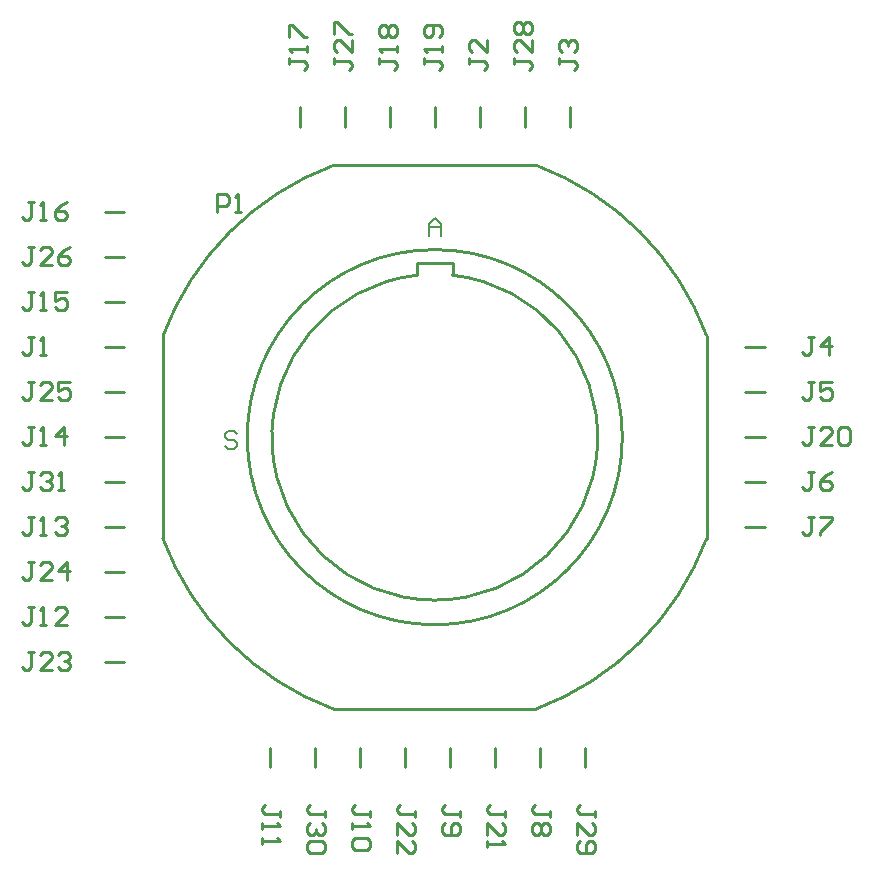
<source format=gto>
G04 Layer_Color=65535*
%FSLAX24Y24*%
%MOIN*%
G70*
G01*
G75*
%ADD10C,0.0100*%
%ADD11C,0.0080*%
D10*
X24064Y18378D02*
G03*
X18378Y24064I-9064J-3378D01*
G01*
X14410Y20399D02*
G03*
X15590Y20399I590J-5399D01*
G01*
X21251Y15000D02*
G03*
X21251Y15000I-6251J0D01*
G01*
X18377Y5940D02*
G03*
X24060Y11623I-3377J9060D01*
G01*
X5937Y11622D02*
G03*
X11622Y5937I9063J3378D01*
G01*
X11632Y24063D02*
G03*
X5937Y18368I3368J-9063D01*
G01*
X9500Y4000D02*
Y4650D01*
X11000Y4000D02*
Y4650D01*
X12500Y4000D02*
Y4650D01*
X14000Y4000D02*
Y4650D01*
X15500Y4000D02*
Y4650D01*
X17000Y4000D02*
Y4650D01*
X18500Y4000D02*
Y4650D01*
X20000Y4000D02*
Y4650D01*
X25350Y18000D02*
X26000D01*
X25350Y16500D02*
X26000D01*
X25350Y15000D02*
X26000D01*
X25350Y13500D02*
X26000D01*
X25350Y12000D02*
X26000D01*
X19500Y25350D02*
Y26000D01*
X18000Y25350D02*
Y26000D01*
X16500Y25350D02*
Y26000D01*
X15000Y25350D02*
Y26000D01*
X13500Y25350D02*
Y26000D01*
X12000Y25350D02*
Y26000D01*
X10500Y25350D02*
Y26000D01*
X24063Y11622D02*
Y18378D01*
X5937Y11622D02*
Y18368D01*
X11622Y5937D02*
X18378D01*
X11632Y24063D02*
X18378D01*
X15591Y20404D02*
Y20797D01*
X14409D02*
X15591D01*
X14409Y20404D02*
Y20797D01*
X4000Y7500D02*
X4650D01*
X4000Y9000D02*
X4650D01*
X4000Y10500D02*
X4650D01*
X4000Y12000D02*
X4650D01*
X4000Y13500D02*
X4650D01*
X4000Y15000D02*
X4650D01*
X4000Y21000D02*
X4650D01*
X4000Y16500D02*
X4650D01*
X4000Y22500D02*
X4650D01*
X4000Y19500D02*
X4650D01*
X4000Y18000D02*
X4650D01*
X27650Y16850D02*
X27450D01*
X27550D01*
Y16350D01*
X27450Y16250D01*
X27350D01*
X27250Y16350D01*
X28250Y16850D02*
X27850D01*
Y16550D01*
X28050Y16650D01*
X28150D01*
X28250Y16550D01*
Y16350D01*
X28150Y16250D01*
X27950D01*
X27850Y16350D01*
X16150Y27650D02*
Y27450D01*
Y27550D01*
X16650D01*
X16750Y27450D01*
Y27350D01*
X16650Y27250D01*
X16750Y28250D02*
Y27850D01*
X16350Y28250D01*
X16250D01*
X16150Y28150D01*
Y27950D01*
X16250Y27850D01*
X1650Y18350D02*
X1450D01*
X1550D01*
Y17850D01*
X1450Y17750D01*
X1350D01*
X1250Y17850D01*
X1850Y17750D02*
X2050D01*
X1950D01*
Y18350D01*
X1850Y18250D01*
X27650Y13850D02*
X27450D01*
X27550D01*
Y13350D01*
X27450Y13250D01*
X27350D01*
X27250Y13350D01*
X28250Y13850D02*
X28050Y13750D01*
X27850Y13550D01*
Y13350D01*
X27950Y13250D01*
X28150D01*
X28250Y13350D01*
Y13450D01*
X28150Y13550D01*
X27850D01*
X27650Y12350D02*
X27450D01*
X27550D01*
Y11850D01*
X27450Y11750D01*
X27350D01*
X27250Y11850D01*
X27850Y12350D02*
X28250D01*
Y12250D01*
X27850Y11850D01*
Y11750D01*
X27650Y15350D02*
X27450D01*
X27550D01*
Y14850D01*
X27450Y14750D01*
X27350D01*
X27250Y14850D01*
X28250Y14750D02*
X27850D01*
X28250Y15150D01*
Y15250D01*
X28150Y15350D01*
X27950D01*
X27850Y15250D01*
X28450D02*
X28550Y15350D01*
X28750D01*
X28849Y15250D01*
Y14850D01*
X28750Y14750D01*
X28550D01*
X28450Y14850D01*
Y15250D01*
X15850Y2350D02*
Y2550D01*
Y2450D01*
X15350D01*
X15250Y2550D01*
Y2650D01*
X15350Y2750D01*
Y2150D02*
X15250Y2050D01*
Y1850D01*
X15350Y1750D01*
X15750D01*
X15850Y1850D01*
Y2050D01*
X15750Y2150D01*
X15650D01*
X15550Y2050D01*
Y1750D01*
X12850Y2350D02*
Y2550D01*
Y2450D01*
X12350D01*
X12250Y2550D01*
Y2650D01*
X12350Y2750D01*
X12250Y2150D02*
Y1950D01*
Y2050D01*
X12850D01*
X12750Y2150D01*
Y1650D02*
X12850Y1550D01*
Y1350D01*
X12750Y1250D01*
X12350D01*
X12250Y1350D01*
Y1550D01*
X12350Y1650D01*
X12750D01*
X9850Y2350D02*
Y2550D01*
Y2450D01*
X9350D01*
X9250Y2550D01*
Y2650D01*
X9350Y2750D01*
X9250Y2150D02*
Y1950D01*
Y2050D01*
X9850D01*
X9750Y2150D01*
X9250Y1650D02*
Y1450D01*
Y1550D01*
X9850D01*
X9750Y1650D01*
X1650Y9350D02*
X1450D01*
X1550D01*
Y8850D01*
X1450Y8750D01*
X1350D01*
X1250Y8850D01*
X1850Y8750D02*
X2050D01*
X1950D01*
Y9350D01*
X1850Y9250D01*
X2750Y8750D02*
X2350D01*
X2750Y9150D01*
Y9250D01*
X2650Y9350D01*
X2450D01*
X2350Y9250D01*
X1650Y12350D02*
X1450D01*
X1550D01*
Y11850D01*
X1450Y11750D01*
X1350D01*
X1250Y11850D01*
X1850Y11750D02*
X2050D01*
X1950D01*
Y12350D01*
X1850Y12250D01*
X2350D02*
X2450Y12350D01*
X2650D01*
X2750Y12250D01*
Y12150D01*
X2650Y12050D01*
X2550D01*
X2650D01*
X2750Y11950D01*
Y11850D01*
X2650Y11750D01*
X2450D01*
X2350Y11850D01*
X1650Y15350D02*
X1450D01*
X1550D01*
Y14850D01*
X1450Y14750D01*
X1350D01*
X1250Y14850D01*
X1850Y14750D02*
X2050D01*
X1950D01*
Y15350D01*
X1850Y15250D01*
X2650Y14750D02*
Y15350D01*
X2350Y15050D01*
X2750D01*
X1650Y19850D02*
X1450D01*
X1550D01*
Y19350D01*
X1450Y19250D01*
X1350D01*
X1250Y19350D01*
X1850Y19250D02*
X2050D01*
X1950D01*
Y19850D01*
X1850Y19750D01*
X2750Y19850D02*
X2350D01*
Y19550D01*
X2550Y19650D01*
X2650D01*
X2750Y19550D01*
Y19350D01*
X2650Y19250D01*
X2450D01*
X2350Y19350D01*
X1650Y22850D02*
X1450D01*
X1550D01*
Y22350D01*
X1450Y22250D01*
X1350D01*
X1250Y22350D01*
X1850Y22250D02*
X2050D01*
X1950D01*
Y22850D01*
X1850Y22750D01*
X2750Y22850D02*
X2550Y22750D01*
X2350Y22550D01*
Y22350D01*
X2450Y22250D01*
X2650D01*
X2750Y22350D01*
Y22450D01*
X2650Y22550D01*
X2350D01*
X10150Y27650D02*
Y27450D01*
Y27550D01*
X10650D01*
X10750Y27450D01*
Y27350D01*
X10650Y27250D01*
X10750Y27850D02*
Y28050D01*
Y27950D01*
X10150D01*
X10250Y27850D01*
X10150Y28350D02*
Y28750D01*
X10250D01*
X10650Y28350D01*
X10750D01*
X13150Y27650D02*
Y27450D01*
Y27550D01*
X13650D01*
X13750Y27450D01*
Y27350D01*
X13650Y27250D01*
X13750Y27850D02*
Y28050D01*
Y27950D01*
X13150D01*
X13250Y27850D01*
Y28350D02*
X13150Y28450D01*
Y28650D01*
X13250Y28750D01*
X13350D01*
X13450Y28650D01*
X13550Y28750D01*
X13650D01*
X13750Y28650D01*
Y28450D01*
X13650Y28350D01*
X13550D01*
X13450Y28450D01*
X13350Y28350D01*
X13250D01*
X13450Y28450D02*
Y28650D01*
X14650Y27650D02*
Y27450D01*
Y27550D01*
X15150D01*
X15250Y27450D01*
Y27350D01*
X15150Y27250D01*
X15250Y27850D02*
Y28050D01*
Y27950D01*
X14650D01*
X14750Y27850D01*
X15150Y28350D02*
X15250Y28450D01*
Y28650D01*
X15150Y28750D01*
X14750D01*
X14650Y28650D01*
Y28450D01*
X14750Y28350D01*
X14850D01*
X14950Y28450D01*
Y28750D01*
X17350Y2350D02*
Y2550D01*
Y2450D01*
X16850D01*
X16750Y2550D01*
Y2650D01*
X16850Y2750D01*
X16750Y1750D02*
Y2150D01*
X17150Y1750D01*
X17250D01*
X17350Y1850D01*
Y2050D01*
X17250Y2150D01*
X16750Y1550D02*
Y1350D01*
Y1450D01*
X17350D01*
X17250Y1550D01*
X14350Y2350D02*
Y2550D01*
Y2450D01*
X13850D01*
X13750Y2550D01*
Y2650D01*
X13850Y2750D01*
X13750Y1750D02*
Y2150D01*
X14150Y1750D01*
X14250D01*
X14350Y1850D01*
Y2050D01*
X14250Y2150D01*
X13750Y1151D02*
Y1550D01*
X14150Y1151D01*
X14250D01*
X14350Y1250D01*
Y1450D01*
X14250Y1550D01*
X1650Y7850D02*
X1450D01*
X1550D01*
Y7350D01*
X1450Y7250D01*
X1350D01*
X1250Y7350D01*
X2250Y7250D02*
X1850D01*
X2250Y7650D01*
Y7750D01*
X2150Y7850D01*
X1950D01*
X1850Y7750D01*
X2450D02*
X2550Y7850D01*
X2750D01*
X2849Y7750D01*
Y7650D01*
X2750Y7550D01*
X2650D01*
X2750D01*
X2849Y7450D01*
Y7350D01*
X2750Y7250D01*
X2550D01*
X2450Y7350D01*
X1650Y10850D02*
X1450D01*
X1550D01*
Y10350D01*
X1450Y10250D01*
X1350D01*
X1250Y10350D01*
X2250Y10250D02*
X1850D01*
X2250Y10650D01*
Y10750D01*
X2150Y10850D01*
X1950D01*
X1850Y10750D01*
X2750Y10250D02*
Y10850D01*
X2450Y10550D01*
X2849D01*
X1650Y16850D02*
X1450D01*
X1550D01*
Y16350D01*
X1450Y16250D01*
X1350D01*
X1250Y16350D01*
X2250Y16250D02*
X1850D01*
X2250Y16650D01*
Y16750D01*
X2150Y16850D01*
X1950D01*
X1850Y16750D01*
X2849Y16850D02*
X2450D01*
Y16550D01*
X2650Y16650D01*
X2750D01*
X2849Y16550D01*
Y16350D01*
X2750Y16250D01*
X2550D01*
X2450Y16350D01*
X1650Y21350D02*
X1450D01*
X1550D01*
Y20850D01*
X1450Y20750D01*
X1350D01*
X1250Y20850D01*
X2250Y20750D02*
X1850D01*
X2250Y21150D01*
Y21250D01*
X2150Y21350D01*
X1950D01*
X1850Y21250D01*
X2849Y21350D02*
X2650Y21250D01*
X2450Y21050D01*
Y20850D01*
X2550Y20750D01*
X2750D01*
X2849Y20850D01*
Y20950D01*
X2750Y21050D01*
X2450D01*
X11650Y27650D02*
Y27450D01*
Y27550D01*
X12150D01*
X12250Y27450D01*
Y27350D01*
X12150Y27250D01*
X12250Y28250D02*
Y27850D01*
X11850Y28250D01*
X11750D01*
X11650Y28150D01*
Y27950D01*
X11750Y27850D01*
X11650Y28450D02*
Y28849D01*
X11750D01*
X12150Y28450D01*
X12250D01*
X17650Y27650D02*
Y27450D01*
Y27550D01*
X18150D01*
X18250Y27450D01*
Y27350D01*
X18150Y27250D01*
X18250Y28250D02*
Y27850D01*
X17850Y28250D01*
X17750D01*
X17650Y28150D01*
Y27950D01*
X17750Y27850D01*
Y28450D02*
X17650Y28550D01*
Y28750D01*
X17750Y28849D01*
X17850D01*
X17950Y28750D01*
X18050Y28849D01*
X18150D01*
X18250Y28750D01*
Y28550D01*
X18150Y28450D01*
X18050D01*
X17950Y28550D01*
X17850Y28450D01*
X17750D01*
X17950Y28550D02*
Y28750D01*
X20350Y2350D02*
Y2550D01*
Y2450D01*
X19850D01*
X19750Y2550D01*
Y2650D01*
X19850Y2750D01*
X19750Y1750D02*
Y2150D01*
X20150Y1750D01*
X20250D01*
X20350Y1850D01*
Y2050D01*
X20250Y2150D01*
X19850Y1550D02*
X19750Y1450D01*
Y1250D01*
X19850Y1151D01*
X20250D01*
X20350Y1250D01*
Y1450D01*
X20250Y1550D01*
X20150D01*
X20050Y1450D01*
Y1151D01*
X11350Y2350D02*
Y2550D01*
Y2450D01*
X10850D01*
X10750Y2550D01*
Y2650D01*
X10850Y2750D01*
X11250Y2150D02*
X11350Y2050D01*
Y1850D01*
X11250Y1750D01*
X11150D01*
X11050Y1850D01*
Y1950D01*
Y1850D01*
X10950Y1750D01*
X10850D01*
X10750Y1850D01*
Y2050D01*
X10850Y2150D01*
X11250Y1550D02*
X11350Y1450D01*
Y1250D01*
X11250Y1151D01*
X10850D01*
X10750Y1250D01*
Y1450D01*
X10850Y1550D01*
X11250D01*
X1650Y13850D02*
X1450D01*
X1550D01*
Y13350D01*
X1450Y13250D01*
X1350D01*
X1250Y13350D01*
X1850Y13750D02*
X1950Y13850D01*
X2150D01*
X2250Y13750D01*
Y13650D01*
X2150Y13550D01*
X2050D01*
X2150D01*
X2250Y13450D01*
Y13350D01*
X2150Y13250D01*
X1950D01*
X1850Y13350D01*
X2450Y13250D02*
X2650D01*
X2550D01*
Y13850D01*
X2450Y13750D01*
X18850Y2350D02*
Y2550D01*
Y2450D01*
X18350D01*
X18250Y2550D01*
Y2650D01*
X18350Y2750D01*
X18750Y2150D02*
X18850Y2050D01*
Y1850D01*
X18750Y1750D01*
X18650D01*
X18550Y1850D01*
X18450Y1750D01*
X18350D01*
X18250Y1850D01*
Y2050D01*
X18350Y2150D01*
X18450D01*
X18550Y2050D01*
X18650Y2150D01*
X18750D01*
X18550Y2050D02*
Y1850D01*
X27650Y18350D02*
X27450D01*
X27550D01*
Y17850D01*
X27450Y17750D01*
X27350D01*
X27250Y17850D01*
X28150Y17750D02*
Y18350D01*
X27850Y18050D01*
X28250D01*
X19150Y27650D02*
Y27450D01*
Y27550D01*
X19650D01*
X19750Y27450D01*
Y27350D01*
X19650Y27250D01*
X19250Y27850D02*
X19150Y27950D01*
Y28150D01*
X19250Y28250D01*
X19350D01*
X19450Y28150D01*
Y28050D01*
Y28150D01*
X19550Y28250D01*
X19650D01*
X19750Y28150D01*
Y27950D01*
X19650Y27850D01*
X7750Y22500D02*
Y23100D01*
X8050D01*
X8150Y23000D01*
Y22800D01*
X8050Y22700D01*
X7750D01*
X8350Y22500D02*
X8550D01*
X8450D01*
Y23100D01*
X8350Y23000D01*
D11*
X8391Y15100D02*
X8291Y15200D01*
X8091D01*
X7991Y15100D01*
Y15000D01*
X8091Y14900D01*
X8291D01*
X8391Y14800D01*
Y14700D01*
X8291Y14600D01*
X8091D01*
X7991Y14700D01*
X14791Y21700D02*
Y22100D01*
X14991Y22300D01*
X15191Y22100D01*
Y21700D01*
Y22000D01*
X14791D01*
M02*

</source>
